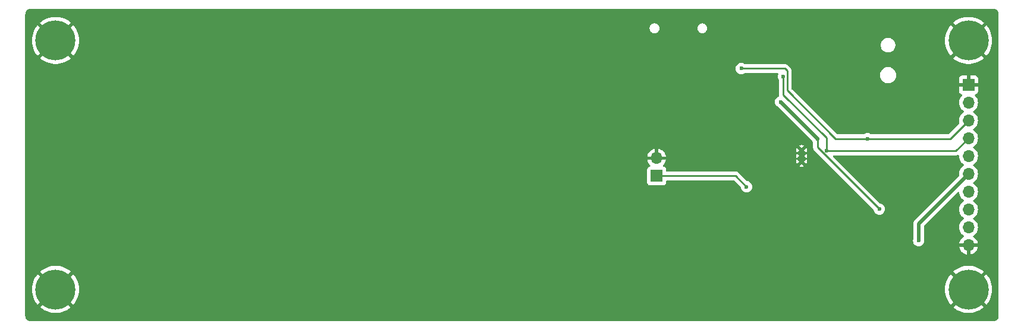
<source format=gbr>
%TF.GenerationSoftware,KiCad,Pcbnew,8.0.5*%
%TF.CreationDate,2024-11-15T16:00:42-08:00*%
%TF.ProjectId,newbatt,6e657762-6174-4742-9e6b-696361645f70,3*%
%TF.SameCoordinates,Original*%
%TF.FileFunction,Copper,L2,Bot*%
%TF.FilePolarity,Positive*%
%FSLAX46Y46*%
G04 Gerber Fmt 4.6, Leading zero omitted, Abs format (unit mm)*
G04 Created by KiCad (PCBNEW 8.0.5) date 2024-11-15 16:00:42*
%MOMM*%
%LPD*%
G01*
G04 APERTURE LIST*
%TA.AperFunction,ComponentPad*%
%ADD10C,3.600000*%
%TD*%
%TA.AperFunction,ConnectorPad*%
%ADD11C,5.700000*%
%TD*%
%TA.AperFunction,ComponentPad*%
%ADD12R,1.700000X1.700000*%
%TD*%
%TA.AperFunction,ComponentPad*%
%ADD13O,1.700000X1.700000*%
%TD*%
%TA.AperFunction,ComponentPad*%
%ADD14C,0.508000*%
%TD*%
%TA.AperFunction,ViaPad*%
%ADD15C,0.600000*%
%TD*%
%TA.AperFunction,Conductor*%
%ADD16C,0.250000*%
%TD*%
%TA.AperFunction,Conductor*%
%ADD17C,0.500000*%
%TD*%
%TA.AperFunction,Conductor*%
%ADD18C,1.000000*%
%TD*%
G04 APERTURE END LIST*
D10*
%TO.P,H4,1,1*%
%TO.N,0*%
X149500000Y-55250000D03*
D11*
X149500000Y-55250000D03*
%TD*%
D10*
%TO.P,H1,1,1*%
%TO.N,0*%
X19500000Y-19750000D03*
D11*
X19500000Y-19750000D03*
%TD*%
D10*
%TO.P,H3,1,1*%
%TO.N,0*%
X149500000Y-19750000D03*
D11*
X149500000Y-19750000D03*
%TD*%
D12*
%TO.P,J2,1,Pin_1*%
%TO.N,0*%
X149500000Y-26070000D03*
D13*
%TO.P,J2,2,Pin_2*%
%TO.N,Net-(J2-Pin_2)*%
X149500000Y-28610000D03*
%TO.P,J2,3,Pin_3*%
%TO.N,/~{PG}*%
X149500000Y-31150000D03*
%TO.P,J2,4,Pin_4*%
%TO.N,/~{CHG}*%
X149500000Y-33690000D03*
%TO.P,J2,5,Pin_5*%
%TO.N,/VBAT{slash}2*%
X149500000Y-36230000D03*
%TO.P,J2,6,Pin_6*%
X149500000Y-38770000D03*
%TO.P,J2,7,Pin_7*%
%TO.N,/~{CHG}*%
X149500000Y-41310000D03*
%TO.P,J2,8,Pin_8*%
%TO.N,/~{PG}*%
X149500000Y-43850000D03*
%TO.P,J2,9,Pin_9*%
%TO.N,Net-(J2-Pin_2)*%
X149500000Y-46390000D03*
%TO.P,J2,10,Pin_10*%
%TO.N,0*%
X149500000Y-48930000D03*
%TD*%
D14*
%TO.P,U1,11,EPAD*%
%TO.N,0*%
X125750000Y-35425200D03*
X125750000Y-36212600D03*
X125750000Y-37000000D03*
%TD*%
D13*
%TO.P,TH1,2*%
%TO.N,0*%
X105100000Y-36535000D03*
D12*
%TO.P,TH1,1*%
%TO.N,Net-(U1-TS)*%
X105100000Y-39075000D03*
%TD*%
D10*
%TO.P,H2,1,1*%
%TO.N,0*%
X19500000Y-55250000D03*
D11*
X19500000Y-55250000D03*
%TD*%
D15*
%TO.N,0*%
X124100000Y-40600000D03*
X118200000Y-37900000D03*
X132300000Y-20400000D03*
X132700000Y-36700000D03*
%TO.N,Net-(U1-TS)*%
X117900000Y-40600000D03*
%TO.N,/VBAT{slash}2*%
X142400000Y-48300000D03*
%TO.N,/~{PG}*%
X117150000Y-23750000D03*
X135100000Y-33750000D03*
%TO.N,/~{CHG}*%
X129250000Y-35500000D03*
X123150000Y-24900000D03*
%TO.N,Net-(JP8-B)*%
X122750000Y-28500000D03*
X128000000Y-33750000D03*
X136803769Y-43796231D03*
%TD*%
D16*
%TO.N,Net-(JP8-B)*%
X136803768Y-43796231D02*
X128000000Y-34992463D01*
X136803769Y-43796231D02*
X136803768Y-43796231D01*
X128000000Y-34992463D02*
X128000000Y-33750000D01*
%TO.N,/~{CHG}*%
X129250000Y-33650000D02*
X129250000Y-35500000D01*
X123150000Y-27550000D02*
X129250000Y-33650000D01*
X123150000Y-24900000D02*
X123150000Y-27550000D01*
D17*
%TO.N,Net-(JP8-B)*%
X128000000Y-33750000D02*
X122750000Y-28500000D01*
D16*
%TO.N,Net-(U1-TS)*%
X116375000Y-39075000D02*
X105100000Y-39075000D01*
X117900000Y-40600000D02*
X116375000Y-39075000D01*
D17*
%TO.N,/VBAT{slash}2*%
X142400000Y-45870000D02*
X149500000Y-38770000D01*
X142400000Y-48300000D02*
X142400000Y-45870000D01*
D18*
%TO.N,Net-(J2-Pin_2)*%
X149390000Y-28500000D02*
X149500000Y-28610000D01*
D16*
%TO.N,/~{CHG}*%
X147690000Y-35500000D02*
X149500000Y-33690000D01*
X129250000Y-35500000D02*
X147690000Y-35500000D01*
%TO.N,/~{PG}*%
X123675000Y-24057537D02*
X123367463Y-23750000D01*
X135100000Y-33750000D02*
X146900000Y-33750000D01*
X146900000Y-33750000D02*
X149500000Y-31150000D01*
X123675000Y-26875000D02*
X123675000Y-24057537D01*
X135100000Y-33750000D02*
X130550000Y-33750000D01*
X123367463Y-23750000D02*
X117150000Y-23750000D01*
X130550000Y-33750000D02*
X123675000Y-26875000D01*
%TD*%
%TA.AperFunction,Conductor*%
%TO.N,0*%
G36*
X153006061Y-15201097D02*
G01*
X153016051Y-15202080D01*
X153143824Y-15214665D01*
X153167652Y-15219404D01*
X153294277Y-15257815D01*
X153316725Y-15267114D01*
X153433406Y-15329482D01*
X153453616Y-15342986D01*
X153555891Y-15426920D01*
X153573079Y-15444108D01*
X153657012Y-15546381D01*
X153670517Y-15566593D01*
X153732883Y-15683271D01*
X153742186Y-15705728D01*
X153780593Y-15832338D01*
X153785335Y-15856180D01*
X153798903Y-15993938D01*
X153799500Y-16006092D01*
X153799500Y-58993907D01*
X153798903Y-59006061D01*
X153785335Y-59143819D01*
X153780593Y-59167661D01*
X153742186Y-59294271D01*
X153732883Y-59316728D01*
X153670517Y-59433406D01*
X153657012Y-59453618D01*
X153573079Y-59555891D01*
X153555891Y-59573079D01*
X153453618Y-59657012D01*
X153433406Y-59670517D01*
X153316728Y-59732883D01*
X153294271Y-59742186D01*
X153167661Y-59780593D01*
X153143819Y-59785335D01*
X153006062Y-59798903D01*
X152993908Y-59799500D01*
X16006092Y-59799500D01*
X15993938Y-59798903D01*
X15856180Y-59785335D01*
X15832340Y-59780593D01*
X15705728Y-59742186D01*
X15683271Y-59732883D01*
X15566593Y-59670517D01*
X15546381Y-59657012D01*
X15444108Y-59573079D01*
X15426920Y-59555891D01*
X15342986Y-59453616D01*
X15329482Y-59433406D01*
X15267116Y-59316728D01*
X15257815Y-59294277D01*
X15219404Y-59167652D01*
X15214665Y-59143824D01*
X15201097Y-59006060D01*
X15200500Y-58993907D01*
X15200500Y-55249997D01*
X16145080Y-55249997D01*
X16145080Y-55250002D01*
X16164746Y-55612728D01*
X16223517Y-55971214D01*
X16223519Y-55971222D01*
X16320695Y-56321220D01*
X16320697Y-56321227D01*
X16455152Y-56658684D01*
X16455161Y-56658702D01*
X16625316Y-56979647D01*
X16625318Y-56979651D01*
X16829170Y-57280309D01*
X16829177Y-57280319D01*
X16960969Y-57435475D01*
X16960970Y-57435475D01*
X18205748Y-56190698D01*
X18279588Y-56292330D01*
X18457670Y-56470412D01*
X18559300Y-56544251D01*
X17311888Y-57791662D01*
X17311888Y-57791664D01*
X17328070Y-57806992D01*
X17328071Y-57806993D01*
X17617266Y-58026832D01*
X17617282Y-58026843D01*
X17928522Y-58214109D01*
X17928535Y-58214116D01*
X18258205Y-58366639D01*
X18258210Y-58366640D01*
X18602461Y-58482632D01*
X18957235Y-58560724D01*
X19318366Y-58599999D01*
X19318374Y-58600000D01*
X19681626Y-58600000D01*
X19681633Y-58599999D01*
X20042764Y-58560724D01*
X20397538Y-58482632D01*
X20741789Y-58366640D01*
X20741794Y-58366639D01*
X21071464Y-58214116D01*
X21071477Y-58214109D01*
X21382717Y-58026843D01*
X21382733Y-58026832D01*
X21671929Y-57806992D01*
X21688110Y-57791664D01*
X21688110Y-57791663D01*
X20440698Y-56544251D01*
X20542330Y-56470412D01*
X20720412Y-56292330D01*
X20794251Y-56190698D01*
X22039028Y-57435475D01*
X22039029Y-57435475D01*
X22170827Y-57280311D01*
X22170838Y-57280297D01*
X22374681Y-56979651D01*
X22374683Y-56979647D01*
X22544838Y-56658702D01*
X22544847Y-56658684D01*
X22679302Y-56321227D01*
X22679304Y-56321220D01*
X22776480Y-55971222D01*
X22776482Y-55971214D01*
X22835253Y-55612728D01*
X22854920Y-55250002D01*
X22854920Y-55249997D01*
X146145080Y-55249997D01*
X146145080Y-55250002D01*
X146164746Y-55612728D01*
X146223517Y-55971214D01*
X146223519Y-55971222D01*
X146320695Y-56321220D01*
X146320697Y-56321227D01*
X146455152Y-56658684D01*
X146455161Y-56658702D01*
X146625316Y-56979647D01*
X146625318Y-56979651D01*
X146829170Y-57280309D01*
X146829177Y-57280319D01*
X146960969Y-57435475D01*
X146960970Y-57435475D01*
X148205748Y-56190698D01*
X148279588Y-56292330D01*
X148457670Y-56470412D01*
X148559300Y-56544251D01*
X147311888Y-57791662D01*
X147311888Y-57791664D01*
X147328070Y-57806992D01*
X147328071Y-57806993D01*
X147617266Y-58026832D01*
X147617282Y-58026843D01*
X147928522Y-58214109D01*
X147928535Y-58214116D01*
X148258205Y-58366639D01*
X148258210Y-58366640D01*
X148602461Y-58482632D01*
X148957235Y-58560724D01*
X149318366Y-58599999D01*
X149318374Y-58600000D01*
X149681626Y-58600000D01*
X149681633Y-58599999D01*
X150042764Y-58560724D01*
X150397538Y-58482632D01*
X150741789Y-58366640D01*
X150741794Y-58366639D01*
X151071464Y-58214116D01*
X151071477Y-58214109D01*
X151382717Y-58026843D01*
X151382733Y-58026832D01*
X151671929Y-57806992D01*
X151688110Y-57791664D01*
X151688110Y-57791663D01*
X150440698Y-56544251D01*
X150542330Y-56470412D01*
X150720412Y-56292330D01*
X150794251Y-56190698D01*
X152039028Y-57435475D01*
X152039029Y-57435475D01*
X152170827Y-57280311D01*
X152170838Y-57280297D01*
X152374681Y-56979651D01*
X152374683Y-56979647D01*
X152544838Y-56658702D01*
X152544847Y-56658684D01*
X152679302Y-56321227D01*
X152679304Y-56321220D01*
X152776480Y-55971222D01*
X152776482Y-55971214D01*
X152835253Y-55612728D01*
X152854920Y-55250002D01*
X152854920Y-55249997D01*
X152835253Y-54887271D01*
X152776482Y-54528785D01*
X152776480Y-54528777D01*
X152679304Y-54178779D01*
X152679302Y-54178772D01*
X152544847Y-53841315D01*
X152544838Y-53841297D01*
X152374683Y-53520352D01*
X152374681Y-53520348D01*
X152170829Y-53219690D01*
X152170822Y-53219680D01*
X152039029Y-53064523D01*
X152039028Y-53064523D01*
X150794251Y-54309300D01*
X150720412Y-54207670D01*
X150542330Y-54029588D01*
X150440698Y-53955748D01*
X151688110Y-52708336D01*
X151688110Y-52708334D01*
X151671929Y-52693007D01*
X151671928Y-52693006D01*
X151382733Y-52473167D01*
X151382717Y-52473156D01*
X151071477Y-52285890D01*
X151071464Y-52285883D01*
X150741794Y-52133360D01*
X150741789Y-52133359D01*
X150397538Y-52017367D01*
X150042764Y-51939275D01*
X149681633Y-51900000D01*
X149318366Y-51900000D01*
X148957235Y-51939275D01*
X148602461Y-52017367D01*
X148258210Y-52133359D01*
X148258205Y-52133360D01*
X147928535Y-52285883D01*
X147928522Y-52285890D01*
X147617282Y-52473156D01*
X147617266Y-52473167D01*
X147328075Y-52693002D01*
X147311888Y-52708335D01*
X147311887Y-52708335D01*
X148559301Y-53955748D01*
X148457670Y-54029588D01*
X148279588Y-54207670D01*
X148205748Y-54309300D01*
X146960970Y-53064522D01*
X146960969Y-53064523D01*
X146829177Y-53219680D01*
X146829170Y-53219690D01*
X146625318Y-53520348D01*
X146625316Y-53520352D01*
X146455161Y-53841297D01*
X146455152Y-53841315D01*
X146320697Y-54178772D01*
X146320695Y-54178779D01*
X146223519Y-54528777D01*
X146223517Y-54528785D01*
X146164746Y-54887271D01*
X146145080Y-55249997D01*
X22854920Y-55249997D01*
X22835253Y-54887271D01*
X22776482Y-54528785D01*
X22776480Y-54528777D01*
X22679304Y-54178779D01*
X22679302Y-54178772D01*
X22544847Y-53841315D01*
X22544838Y-53841297D01*
X22374683Y-53520352D01*
X22374681Y-53520348D01*
X22170829Y-53219690D01*
X22170822Y-53219680D01*
X22039029Y-53064523D01*
X22039028Y-53064523D01*
X20794251Y-54309300D01*
X20720412Y-54207670D01*
X20542330Y-54029588D01*
X20440698Y-53955748D01*
X21688110Y-52708336D01*
X21688110Y-52708334D01*
X21671929Y-52693007D01*
X21671928Y-52693006D01*
X21382733Y-52473167D01*
X21382717Y-52473156D01*
X21071477Y-52285890D01*
X21071464Y-52285883D01*
X20741794Y-52133360D01*
X20741789Y-52133359D01*
X20397538Y-52017367D01*
X20042764Y-51939275D01*
X19681633Y-51900000D01*
X19318366Y-51900000D01*
X18957235Y-51939275D01*
X18602461Y-52017367D01*
X18258210Y-52133359D01*
X18258205Y-52133360D01*
X17928535Y-52285883D01*
X17928522Y-52285890D01*
X17617282Y-52473156D01*
X17617266Y-52473167D01*
X17328075Y-52693002D01*
X17311888Y-52708335D01*
X17311887Y-52708335D01*
X18559301Y-53955748D01*
X18457670Y-54029588D01*
X18279588Y-54207670D01*
X18205748Y-54309300D01*
X16960970Y-53064522D01*
X16960969Y-53064523D01*
X16829177Y-53219680D01*
X16829170Y-53219690D01*
X16625318Y-53520348D01*
X16625316Y-53520352D01*
X16455161Y-53841297D01*
X16455152Y-53841315D01*
X16320697Y-54178772D01*
X16320695Y-54178779D01*
X16223519Y-54528777D01*
X16223517Y-54528785D01*
X16164746Y-54887271D01*
X16145080Y-55249997D01*
X15200500Y-55249997D01*
X15200500Y-38177135D01*
X103749500Y-38177135D01*
X103749500Y-39972870D01*
X103749501Y-39972876D01*
X103755908Y-40032483D01*
X103806202Y-40167328D01*
X103806206Y-40167335D01*
X103892452Y-40282544D01*
X103892455Y-40282547D01*
X104007664Y-40368793D01*
X104007671Y-40368797D01*
X104142517Y-40419091D01*
X104142516Y-40419091D01*
X104149444Y-40419835D01*
X104202127Y-40425500D01*
X105997872Y-40425499D01*
X106057483Y-40419091D01*
X106192331Y-40368796D01*
X106307546Y-40282546D01*
X106393796Y-40167331D01*
X106444091Y-40032483D01*
X106450500Y-39972873D01*
X106450500Y-39824500D01*
X106470185Y-39757461D01*
X106522989Y-39711706D01*
X106574500Y-39700500D01*
X116064548Y-39700500D01*
X116131587Y-39720185D01*
X116152229Y-39736819D01*
X117073787Y-40658378D01*
X117107272Y-40719701D01*
X117109326Y-40732174D01*
X117114630Y-40779249D01*
X117174210Y-40949521D01*
X117252794Y-41074586D01*
X117270184Y-41102262D01*
X117397738Y-41229816D01*
X117550478Y-41325789D01*
X117719550Y-41384950D01*
X117720745Y-41385368D01*
X117720750Y-41385369D01*
X117899996Y-41405565D01*
X117900000Y-41405565D01*
X117900004Y-41405565D01*
X118079249Y-41385369D01*
X118079252Y-41385368D01*
X118079255Y-41385368D01*
X118249522Y-41325789D01*
X118402262Y-41229816D01*
X118529816Y-41102262D01*
X118625789Y-40949522D01*
X118685368Y-40779255D01*
X118692078Y-40719701D01*
X118705565Y-40600003D01*
X118705565Y-40599996D01*
X118685369Y-40420750D01*
X118685368Y-40420745D01*
X118633147Y-40271506D01*
X118625789Y-40250478D01*
X118529816Y-40097738D01*
X118402262Y-39970184D01*
X118351718Y-39938425D01*
X118249521Y-39874210D01*
X118079249Y-39814630D01*
X118032174Y-39809326D01*
X117967760Y-39782259D01*
X117958378Y-39773787D01*
X116867928Y-38683338D01*
X116867925Y-38683334D01*
X116867925Y-38683335D01*
X116860858Y-38676268D01*
X116860858Y-38676267D01*
X116773733Y-38589142D01*
X116716781Y-38551088D01*
X116716782Y-38551088D01*
X116716780Y-38551086D01*
X116671290Y-38520690D01*
X116671286Y-38520688D01*
X116590792Y-38487347D01*
X116557453Y-38473537D01*
X116547427Y-38471543D01*
X116497029Y-38461518D01*
X116436610Y-38449500D01*
X116436607Y-38449500D01*
X116436606Y-38449500D01*
X106574499Y-38449500D01*
X106507460Y-38429815D01*
X106461705Y-38377011D01*
X106450499Y-38325500D01*
X106450499Y-38177129D01*
X106450498Y-38177123D01*
X106450497Y-38177116D01*
X106444091Y-38117517D01*
X106393796Y-37982669D01*
X106393795Y-37982668D01*
X106393793Y-37982664D01*
X106307547Y-37867455D01*
X106307544Y-37867452D01*
X106192335Y-37781206D01*
X106192328Y-37781202D01*
X106060401Y-37731997D01*
X106004467Y-37690126D01*
X106001920Y-37683297D01*
X125420255Y-37683297D01*
X125420779Y-37683626D01*
X125581165Y-37739748D01*
X125749996Y-37758771D01*
X125750004Y-37758771D01*
X125918836Y-37739748D01*
X126079215Y-37683629D01*
X126079221Y-37683627D01*
X126079744Y-37683298D01*
X126079744Y-37683297D01*
X125750001Y-37353553D01*
X125750000Y-37353553D01*
X125420255Y-37683297D01*
X106001920Y-37683297D01*
X105980050Y-37624662D01*
X105994902Y-37556389D01*
X106016053Y-37528133D01*
X106138108Y-37406078D01*
X106273600Y-37212578D01*
X106372728Y-36999996D01*
X124991229Y-36999996D01*
X124991229Y-37000003D01*
X125010251Y-37168836D01*
X125066371Y-37329219D01*
X125066700Y-37329744D01*
X125396446Y-37000000D01*
X125371184Y-36974738D01*
X125623000Y-36974738D01*
X125623000Y-37025262D01*
X125642335Y-37071940D01*
X125678060Y-37107665D01*
X125724738Y-37127000D01*
X125775262Y-37127000D01*
X125821940Y-37107665D01*
X125857665Y-37071940D01*
X125877000Y-37025262D01*
X125877000Y-36999999D01*
X126103553Y-36999999D01*
X126103553Y-37000000D01*
X126433297Y-37329744D01*
X126433298Y-37329744D01*
X126433627Y-37329221D01*
X126433629Y-37329215D01*
X126489748Y-37168836D01*
X126508771Y-37000003D01*
X126508771Y-36999996D01*
X126489748Y-36831165D01*
X126433625Y-36670774D01*
X126430609Y-36664509D01*
X126432157Y-36663763D01*
X126431190Y-36660341D01*
X126409572Y-36693980D01*
X126103553Y-36999999D01*
X125877000Y-36999999D01*
X125877000Y-36974738D01*
X125857665Y-36928060D01*
X125821940Y-36892335D01*
X125775262Y-36873000D01*
X125724738Y-36873000D01*
X125678060Y-36892335D01*
X125642335Y-36928060D01*
X125623000Y-36974738D01*
X125371184Y-36974738D01*
X125090426Y-36693980D01*
X125070062Y-36656686D01*
X125067957Y-36663868D01*
X125069368Y-36664546D01*
X125066374Y-36670774D01*
X125010251Y-36831165D01*
X124991229Y-36999996D01*
X106372728Y-36999996D01*
X106373429Y-36998492D01*
X106373432Y-36998486D01*
X106430636Y-36785000D01*
X105533012Y-36785000D01*
X105565925Y-36727993D01*
X105598533Y-36606299D01*
X125709853Y-36606299D01*
X125750000Y-36646446D01*
X125790146Y-36606301D01*
X125790146Y-36606300D01*
X125750000Y-36566153D01*
X125709853Y-36606299D01*
X105598533Y-36606299D01*
X105600000Y-36600826D01*
X105600000Y-36469174D01*
X105565925Y-36342007D01*
X105533012Y-36285000D01*
X106430636Y-36285000D01*
X106430635Y-36284999D01*
X106411235Y-36212596D01*
X124991229Y-36212596D01*
X124991229Y-36212603D01*
X125010251Y-36381436D01*
X125066372Y-36541821D01*
X125069381Y-36548075D01*
X125067850Y-36548811D01*
X125068817Y-36552240D01*
X125090426Y-36518617D01*
X125396445Y-36212599D01*
X125371184Y-36187338D01*
X125623000Y-36187338D01*
X125623000Y-36237862D01*
X125642335Y-36284540D01*
X125678060Y-36320265D01*
X125724738Y-36339600D01*
X125775262Y-36339600D01*
X125821940Y-36320265D01*
X125857665Y-36284540D01*
X125877000Y-36237862D01*
X125877000Y-36212599D01*
X126103553Y-36212599D01*
X126103553Y-36212600D01*
X126409572Y-36518618D01*
X126429983Y-36555997D01*
X126432092Y-36548825D01*
X126430598Y-36548105D01*
X126433629Y-36541815D01*
X126489748Y-36381436D01*
X126508771Y-36212603D01*
X126508771Y-36212596D01*
X126489748Y-36043765D01*
X126433625Y-35883374D01*
X126430609Y-35877109D01*
X126432157Y-35876363D01*
X126431190Y-35872941D01*
X126409572Y-35906580D01*
X126103553Y-36212599D01*
X125877000Y-36212599D01*
X125877000Y-36187338D01*
X125857665Y-36140660D01*
X125821940Y-36104935D01*
X125775262Y-36085600D01*
X125724738Y-36085600D01*
X125678060Y-36104935D01*
X125642335Y-36140660D01*
X125623000Y-36187338D01*
X125371184Y-36187338D01*
X125090426Y-35906580D01*
X125070062Y-35869286D01*
X125067957Y-35876468D01*
X125069368Y-35877146D01*
X125066374Y-35883374D01*
X125010251Y-36043765D01*
X124991229Y-36212596D01*
X106411235Y-36212596D01*
X106373432Y-36071513D01*
X106373429Y-36071507D01*
X106273600Y-35857422D01*
X106273599Y-35857420D01*
X106246626Y-35818899D01*
X125709853Y-35818899D01*
X125750000Y-35859046D01*
X125790146Y-35818901D01*
X125790146Y-35818900D01*
X125750000Y-35778753D01*
X125709853Y-35818899D01*
X106246626Y-35818899D01*
X106138113Y-35663926D01*
X106138108Y-35663920D01*
X105971082Y-35496894D01*
X105868688Y-35425196D01*
X124991229Y-35425196D01*
X124991229Y-35425203D01*
X125010251Y-35594036D01*
X125066372Y-35754421D01*
X125069381Y-35760675D01*
X125067850Y-35761411D01*
X125068817Y-35764840D01*
X125090426Y-35731217D01*
X125396445Y-35425199D01*
X125371184Y-35399938D01*
X125623000Y-35399938D01*
X125623000Y-35450462D01*
X125642335Y-35497140D01*
X125678060Y-35532865D01*
X125724738Y-35552200D01*
X125775262Y-35552200D01*
X125821940Y-35532865D01*
X125857665Y-35497140D01*
X125877000Y-35450462D01*
X125877000Y-35425200D01*
X126103553Y-35425200D01*
X126409572Y-35731218D01*
X126429983Y-35768597D01*
X126432092Y-35761425D01*
X126430598Y-35760705D01*
X126433629Y-35754415D01*
X126489748Y-35594036D01*
X126508771Y-35425203D01*
X126508771Y-35425196D01*
X126489748Y-35256365D01*
X126433626Y-35095979D01*
X126433297Y-35095455D01*
X126103553Y-35425200D01*
X125877000Y-35425200D01*
X125877000Y-35399938D01*
X125857665Y-35353260D01*
X125821940Y-35317535D01*
X125775262Y-35298200D01*
X125724738Y-35298200D01*
X125678060Y-35317535D01*
X125642335Y-35353260D01*
X125623000Y-35399938D01*
X125371184Y-35399938D01*
X125066701Y-35095455D01*
X125066372Y-35095980D01*
X125010251Y-35256365D01*
X124991229Y-35425196D01*
X105868688Y-35425196D01*
X105777578Y-35361399D01*
X105563492Y-35261570D01*
X105563486Y-35261567D01*
X105350000Y-35204364D01*
X105350000Y-36101988D01*
X105292993Y-36069075D01*
X105165826Y-36035000D01*
X105034174Y-36035000D01*
X104907007Y-36069075D01*
X104850000Y-36101988D01*
X104850000Y-35204364D01*
X104849999Y-35204364D01*
X104636513Y-35261567D01*
X104636507Y-35261570D01*
X104422422Y-35361399D01*
X104422420Y-35361400D01*
X104228926Y-35496886D01*
X104228920Y-35496891D01*
X104061891Y-35663920D01*
X104061886Y-35663926D01*
X103926400Y-35857420D01*
X103926399Y-35857422D01*
X103826570Y-36071507D01*
X103826567Y-36071513D01*
X103769364Y-36284999D01*
X103769364Y-36285000D01*
X104666988Y-36285000D01*
X104634075Y-36342007D01*
X104600000Y-36469174D01*
X104600000Y-36600826D01*
X104634075Y-36727993D01*
X104666988Y-36785000D01*
X103769364Y-36785000D01*
X103826567Y-36998486D01*
X103826570Y-36998492D01*
X103926399Y-37212578D01*
X104061894Y-37406082D01*
X104183946Y-37528134D01*
X104217431Y-37589457D01*
X104212447Y-37659149D01*
X104170575Y-37715082D01*
X104139598Y-37731997D01*
X104007671Y-37781202D01*
X104007664Y-37781206D01*
X103892455Y-37867452D01*
X103892452Y-37867455D01*
X103806206Y-37982664D01*
X103806202Y-37982671D01*
X103755908Y-38117517D01*
X103749501Y-38177116D01*
X103749501Y-38177123D01*
X103749500Y-38177135D01*
X15200500Y-38177135D01*
X15200500Y-34741901D01*
X125420255Y-34741901D01*
X125750000Y-35071646D01*
X125750001Y-35071646D01*
X126079744Y-34741900D01*
X126079219Y-34741571D01*
X125918836Y-34685451D01*
X125750004Y-34666429D01*
X125749996Y-34666429D01*
X125581165Y-34685451D01*
X125420780Y-34741572D01*
X125420255Y-34741901D01*
X15200500Y-34741901D01*
X15200500Y-23749996D01*
X116344435Y-23749996D01*
X116344435Y-23750003D01*
X116364630Y-23929249D01*
X116364631Y-23929254D01*
X116424211Y-24099523D01*
X116520184Y-24252262D01*
X116647738Y-24379816D01*
X116671117Y-24394506D01*
X116756234Y-24447989D01*
X116800478Y-24475789D01*
X116970745Y-24535368D01*
X116970750Y-24535369D01*
X117149996Y-24555565D01*
X117150000Y-24555565D01*
X117150004Y-24555565D01*
X117329249Y-24535369D01*
X117329252Y-24535368D01*
X117329255Y-24535368D01*
X117499522Y-24475789D01*
X117628883Y-24394505D01*
X117694855Y-24375500D01*
X122311130Y-24375500D01*
X122378169Y-24395185D01*
X122423924Y-24447989D01*
X122433868Y-24517147D01*
X122425792Y-24543653D01*
X122426511Y-24543905D01*
X122364631Y-24720745D01*
X122364630Y-24720750D01*
X122344435Y-24899996D01*
X122344435Y-24900003D01*
X122364630Y-25079249D01*
X122364631Y-25079254D01*
X122424211Y-25249524D01*
X122505493Y-25378881D01*
X122524500Y-25444854D01*
X122524500Y-27611607D01*
X122525653Y-27617405D01*
X122519424Y-27686996D01*
X122476560Y-27742173D01*
X122444991Y-27758635D01*
X122400476Y-27774211D01*
X122400475Y-27774212D01*
X122247737Y-27870184D01*
X122120184Y-27997737D01*
X122024211Y-28150476D01*
X121964631Y-28320745D01*
X121964630Y-28320750D01*
X121944435Y-28499996D01*
X121944435Y-28500003D01*
X121964630Y-28679249D01*
X121964631Y-28679254D01*
X122024211Y-28849523D01*
X122120184Y-29002262D01*
X122247738Y-29129816D01*
X122400478Y-29225789D01*
X122406754Y-29228811D01*
X122405867Y-29230651D01*
X122441940Y-29253307D01*
X127246692Y-34058059D01*
X127269358Y-34094125D01*
X127271188Y-34093244D01*
X127274209Y-34099518D01*
X127274211Y-34099522D01*
X127355494Y-34228883D01*
X127374500Y-34294854D01*
X127374500Y-35054074D01*
X127398535Y-35174907D01*
X127398540Y-35174924D01*
X127445685Y-35288744D01*
X127445687Y-35288748D01*
X127467068Y-35320745D01*
X127467069Y-35320747D01*
X127514141Y-35391195D01*
X127514144Y-35391199D01*
X127605586Y-35482641D01*
X127605608Y-35482661D01*
X135977556Y-43854609D01*
X136011041Y-43915932D01*
X136013095Y-43928405D01*
X136018399Y-43975480D01*
X136077979Y-44145752D01*
X136173953Y-44298493D01*
X136301507Y-44426047D01*
X136454247Y-44522020D01*
X136624514Y-44581599D01*
X136624519Y-44581600D01*
X136803765Y-44601796D01*
X136803769Y-44601796D01*
X136803773Y-44601796D01*
X136983018Y-44581600D01*
X136983021Y-44581599D01*
X136983024Y-44581599D01*
X137153291Y-44522020D01*
X137306031Y-44426047D01*
X137433585Y-44298493D01*
X137529558Y-44145753D01*
X137589137Y-43975486D01*
X137595847Y-43915932D01*
X137609334Y-43796234D01*
X137609334Y-43796227D01*
X137589138Y-43616981D01*
X137589137Y-43616976D01*
X137529557Y-43446707D01*
X137433584Y-43293968D01*
X137306031Y-43166415D01*
X137153290Y-43070441D01*
X136983018Y-43010861D01*
X136935941Y-43005557D01*
X136871528Y-42978490D01*
X136862145Y-42970018D01*
X130229308Y-36337181D01*
X130195823Y-36275858D01*
X130200807Y-36206166D01*
X130242679Y-36150233D01*
X130308143Y-36125816D01*
X130316989Y-36125500D01*
X147751608Y-36125500D01*
X147751608Y-36125499D01*
X147815978Y-36112696D01*
X147815979Y-36112696D01*
X147835150Y-36108882D01*
X147872452Y-36101463D01*
X147905792Y-36087652D01*
X147977448Y-36057972D01*
X148046912Y-36050506D01*
X148109391Y-36081781D01*
X148145043Y-36141871D01*
X148148422Y-36183340D01*
X148144341Y-36229994D01*
X148144341Y-36230000D01*
X148164936Y-36465403D01*
X148164938Y-36465413D01*
X148226094Y-36693655D01*
X148226096Y-36693659D01*
X148226097Y-36693663D01*
X148318740Y-36892335D01*
X148325965Y-36907830D01*
X148325967Y-36907834D01*
X148461501Y-37101395D01*
X148461506Y-37101402D01*
X148628597Y-37268493D01*
X148628603Y-37268498D01*
X148814158Y-37398425D01*
X148857783Y-37453002D01*
X148864977Y-37522500D01*
X148833454Y-37584855D01*
X148814158Y-37601575D01*
X148628597Y-37731505D01*
X148461505Y-37898597D01*
X148325965Y-38092169D01*
X148325964Y-38092171D01*
X148226098Y-38306335D01*
X148226094Y-38306344D01*
X148164938Y-38534586D01*
X148164936Y-38534596D01*
X148144341Y-38769999D01*
X148144341Y-38770001D01*
X148162977Y-38983013D01*
X148149210Y-39051513D01*
X148127130Y-39081501D01*
X141817050Y-45391580D01*
X141817044Y-45391588D01*
X141767812Y-45465268D01*
X141767813Y-45465269D01*
X141734921Y-45514496D01*
X141734914Y-45514508D01*
X141678342Y-45651086D01*
X141678340Y-45651092D01*
X141649500Y-45796079D01*
X141649500Y-48000028D01*
X141642542Y-48040982D01*
X141614631Y-48120747D01*
X141594435Y-48299996D01*
X141594435Y-48300003D01*
X141614630Y-48479249D01*
X141614631Y-48479254D01*
X141674211Y-48649523D01*
X141770184Y-48802262D01*
X141897738Y-48929816D01*
X142050478Y-49025789D01*
X142220745Y-49085368D01*
X142220750Y-49085369D01*
X142399996Y-49105565D01*
X142400000Y-49105565D01*
X142400004Y-49105565D01*
X142579249Y-49085369D01*
X142579252Y-49085368D01*
X142579255Y-49085368D01*
X142749522Y-49025789D01*
X142902262Y-48929816D01*
X143029816Y-48802262D01*
X143125789Y-48649522D01*
X143185368Y-48479255D01*
X143186804Y-48466513D01*
X143205565Y-48300003D01*
X143205565Y-48299996D01*
X143185368Y-48120747D01*
X143185368Y-48120745D01*
X143157458Y-48040982D01*
X143150500Y-48000028D01*
X143150500Y-46232228D01*
X143170185Y-46165189D01*
X143186814Y-46144552D01*
X147946417Y-41384948D01*
X148007738Y-41351465D01*
X148077430Y-41356449D01*
X148133363Y-41398321D01*
X148157624Y-41461823D01*
X148164936Y-41545403D01*
X148164938Y-41545413D01*
X148226094Y-41773655D01*
X148226096Y-41773659D01*
X148226097Y-41773663D01*
X148325965Y-41987830D01*
X148325967Y-41987834D01*
X148461501Y-42181395D01*
X148461506Y-42181402D01*
X148628597Y-42348493D01*
X148628603Y-42348498D01*
X148814158Y-42478425D01*
X148857783Y-42533002D01*
X148864977Y-42602500D01*
X148833454Y-42664855D01*
X148814158Y-42681575D01*
X148628597Y-42811505D01*
X148461505Y-42978597D01*
X148325965Y-43172169D01*
X148325964Y-43172171D01*
X148226098Y-43386335D01*
X148226094Y-43386344D01*
X148164938Y-43614586D01*
X148164936Y-43614596D01*
X148144341Y-43849999D01*
X148144341Y-43850000D01*
X148164936Y-44085403D01*
X148164938Y-44085413D01*
X148226094Y-44313655D01*
X148226096Y-44313659D01*
X148226097Y-44313663D01*
X148278502Y-44426046D01*
X148325965Y-44527830D01*
X148325967Y-44527834D01*
X148461501Y-44721395D01*
X148461506Y-44721402D01*
X148628597Y-44888493D01*
X148628603Y-44888498D01*
X148814158Y-45018425D01*
X148857783Y-45073002D01*
X148864977Y-45142500D01*
X148833454Y-45204855D01*
X148814158Y-45221575D01*
X148628597Y-45351505D01*
X148461505Y-45518597D01*
X148325965Y-45712169D01*
X148325964Y-45712171D01*
X148226098Y-45926335D01*
X148226094Y-45926344D01*
X148164938Y-46154586D01*
X148164936Y-46154596D01*
X148144341Y-46389999D01*
X148144341Y-46390000D01*
X148164936Y-46625403D01*
X148164938Y-46625413D01*
X148226094Y-46853655D01*
X148226096Y-46853659D01*
X148226097Y-46853663D01*
X148325965Y-47067830D01*
X148325967Y-47067834D01*
X148461501Y-47261395D01*
X148461506Y-47261402D01*
X148628597Y-47428493D01*
X148628603Y-47428498D01*
X148814594Y-47558730D01*
X148858219Y-47613307D01*
X148865413Y-47682805D01*
X148833890Y-47745160D01*
X148814595Y-47761880D01*
X148628922Y-47891890D01*
X148628920Y-47891891D01*
X148461891Y-48058920D01*
X148461886Y-48058926D01*
X148326400Y-48252420D01*
X148326399Y-48252422D01*
X148226570Y-48466507D01*
X148226567Y-48466513D01*
X148169364Y-48679999D01*
X148169364Y-48680000D01*
X149066988Y-48680000D01*
X149034075Y-48737007D01*
X149000000Y-48864174D01*
X149000000Y-48995826D01*
X149034075Y-49122993D01*
X149066988Y-49180000D01*
X148169364Y-49180000D01*
X148226567Y-49393486D01*
X148226570Y-49393492D01*
X148326399Y-49607578D01*
X148461894Y-49801082D01*
X148628917Y-49968105D01*
X148822421Y-50103600D01*
X149036507Y-50203429D01*
X149036516Y-50203433D01*
X149250000Y-50260634D01*
X149250000Y-49363012D01*
X149307007Y-49395925D01*
X149434174Y-49430000D01*
X149565826Y-49430000D01*
X149692993Y-49395925D01*
X149750000Y-49363012D01*
X149750000Y-50260633D01*
X149963483Y-50203433D01*
X149963492Y-50203429D01*
X150177578Y-50103600D01*
X150371082Y-49968105D01*
X150538105Y-49801082D01*
X150673600Y-49607578D01*
X150773429Y-49393492D01*
X150773432Y-49393486D01*
X150830636Y-49180000D01*
X149933012Y-49180000D01*
X149965925Y-49122993D01*
X150000000Y-48995826D01*
X150000000Y-48864174D01*
X149965925Y-48737007D01*
X149933012Y-48680000D01*
X150830636Y-48680000D01*
X150830635Y-48679999D01*
X150773432Y-48466513D01*
X150773429Y-48466507D01*
X150673600Y-48252422D01*
X150673599Y-48252420D01*
X150538113Y-48058926D01*
X150538108Y-48058920D01*
X150371078Y-47891890D01*
X150185405Y-47761879D01*
X150141780Y-47707302D01*
X150134588Y-47637804D01*
X150166110Y-47575449D01*
X150185406Y-47558730D01*
X150371401Y-47428495D01*
X150538495Y-47261401D01*
X150674035Y-47067830D01*
X150773903Y-46853663D01*
X150835063Y-46625408D01*
X150855659Y-46390000D01*
X150835063Y-46154592D01*
X150773903Y-45926337D01*
X150674035Y-45712171D01*
X150631268Y-45651092D01*
X150538494Y-45518597D01*
X150371402Y-45351506D01*
X150371396Y-45351501D01*
X150185842Y-45221575D01*
X150142217Y-45166998D01*
X150135023Y-45097500D01*
X150166546Y-45035145D01*
X150185842Y-45018425D01*
X150208026Y-45002891D01*
X150371401Y-44888495D01*
X150538495Y-44721401D01*
X150674035Y-44527830D01*
X150773903Y-44313663D01*
X150835063Y-44085408D01*
X150855659Y-43850000D01*
X150835063Y-43614592D01*
X150773903Y-43386337D01*
X150674035Y-43172171D01*
X150602804Y-43070441D01*
X150538494Y-42978597D01*
X150371402Y-42811506D01*
X150371396Y-42811501D01*
X150185842Y-42681575D01*
X150142217Y-42626998D01*
X150135023Y-42557500D01*
X150166546Y-42495145D01*
X150185842Y-42478425D01*
X150208026Y-42462891D01*
X150371401Y-42348495D01*
X150538495Y-42181401D01*
X150674035Y-41987830D01*
X150773903Y-41773663D01*
X150835063Y-41545408D01*
X150855659Y-41310000D01*
X150835063Y-41074592D01*
X150773903Y-40846337D01*
X150674035Y-40632171D01*
X150538495Y-40438599D01*
X150538494Y-40438597D01*
X150371402Y-40271506D01*
X150371396Y-40271501D01*
X150185842Y-40141575D01*
X150142217Y-40086998D01*
X150135023Y-40017500D01*
X150166546Y-39955145D01*
X150185842Y-39938425D01*
X150277550Y-39874210D01*
X150371401Y-39808495D01*
X150538495Y-39641401D01*
X150674035Y-39447830D01*
X150773903Y-39233663D01*
X150835063Y-39005408D01*
X150855659Y-38770000D01*
X150835063Y-38534592D01*
X150773903Y-38306337D01*
X150674035Y-38092171D01*
X150597362Y-37982669D01*
X150538494Y-37898597D01*
X150371402Y-37731506D01*
X150371396Y-37731501D01*
X150185842Y-37601575D01*
X150142217Y-37546998D01*
X150135023Y-37477500D01*
X150166546Y-37415145D01*
X150185842Y-37398425D01*
X150284684Y-37329215D01*
X150371401Y-37268495D01*
X150538495Y-37101401D01*
X150674035Y-36907830D01*
X150773903Y-36693663D01*
X150835063Y-36465408D01*
X150855659Y-36230000D01*
X150855658Y-36229994D01*
X150848680Y-36150233D01*
X150835063Y-35994592D01*
X150773903Y-35766337D01*
X150674035Y-35552171D01*
X150635325Y-35496886D01*
X150538494Y-35358597D01*
X150371402Y-35191506D01*
X150371396Y-35191501D01*
X150185842Y-35061575D01*
X150142217Y-35006998D01*
X150135023Y-34937500D01*
X150166546Y-34875145D01*
X150185842Y-34858425D01*
X150266409Y-34802011D01*
X150371401Y-34728495D01*
X150538495Y-34561401D01*
X150674035Y-34367830D01*
X150773903Y-34153663D01*
X150835063Y-33925408D01*
X150855659Y-33690000D01*
X150835063Y-33454592D01*
X150773903Y-33226337D01*
X150674035Y-33012171D01*
X150640748Y-32964631D01*
X150538494Y-32818597D01*
X150371402Y-32651506D01*
X150371396Y-32651501D01*
X150185842Y-32521575D01*
X150142217Y-32466998D01*
X150135023Y-32397500D01*
X150166546Y-32335145D01*
X150185842Y-32318425D01*
X150208026Y-32302891D01*
X150371401Y-32188495D01*
X150538495Y-32021401D01*
X150674035Y-31827830D01*
X150773903Y-31613663D01*
X150835063Y-31385408D01*
X150855659Y-31150000D01*
X150835063Y-30914592D01*
X150773903Y-30686337D01*
X150674035Y-30472171D01*
X150538495Y-30278599D01*
X150538494Y-30278597D01*
X150371402Y-30111506D01*
X150371396Y-30111501D01*
X150185842Y-29981575D01*
X150142217Y-29926998D01*
X150135023Y-29857500D01*
X150166546Y-29795145D01*
X150185842Y-29778425D01*
X150208026Y-29762891D01*
X150371401Y-29648495D01*
X150538495Y-29481401D01*
X150674035Y-29287830D01*
X150773903Y-29073663D01*
X150835063Y-28845408D01*
X150855659Y-28610000D01*
X150835063Y-28374592D01*
X150773903Y-28146337D01*
X150674035Y-27932171D01*
X150630631Y-27870184D01*
X150538496Y-27738600D01*
X150486892Y-27686996D01*
X150416179Y-27616283D01*
X150382696Y-27554963D01*
X150387680Y-27485271D01*
X150429551Y-27429337D01*
X150460529Y-27412422D01*
X150592086Y-27363354D01*
X150592093Y-27363350D01*
X150707187Y-27277190D01*
X150707190Y-27277187D01*
X150793350Y-27162093D01*
X150793354Y-27162086D01*
X150843596Y-27027379D01*
X150843598Y-27027372D01*
X150849999Y-26967844D01*
X150850000Y-26967827D01*
X150850000Y-26320000D01*
X149933012Y-26320000D01*
X149965925Y-26262993D01*
X150000000Y-26135826D01*
X150000000Y-26004174D01*
X149965925Y-25877007D01*
X149933012Y-25820000D01*
X150850000Y-25820000D01*
X150850000Y-25172172D01*
X150849999Y-25172155D01*
X150843598Y-25112627D01*
X150843596Y-25112620D01*
X150793354Y-24977913D01*
X150793350Y-24977906D01*
X150707190Y-24862812D01*
X150707187Y-24862809D01*
X150592093Y-24776649D01*
X150592086Y-24776645D01*
X150457379Y-24726403D01*
X150457372Y-24726401D01*
X150397844Y-24720000D01*
X149750000Y-24720000D01*
X149750000Y-25636988D01*
X149692993Y-25604075D01*
X149565826Y-25570000D01*
X149434174Y-25570000D01*
X149307007Y-25604075D01*
X149250000Y-25636988D01*
X149250000Y-24720000D01*
X148602155Y-24720000D01*
X148542627Y-24726401D01*
X148542620Y-24726403D01*
X148407913Y-24776645D01*
X148407906Y-24776649D01*
X148292812Y-24862809D01*
X148292809Y-24862812D01*
X148206649Y-24977906D01*
X148206645Y-24977913D01*
X148156403Y-25112620D01*
X148156401Y-25112627D01*
X148150000Y-25172155D01*
X148150000Y-25820000D01*
X149066988Y-25820000D01*
X149034075Y-25877007D01*
X149000000Y-26004174D01*
X149000000Y-26135826D01*
X149034075Y-26262993D01*
X149066988Y-26320000D01*
X148150000Y-26320000D01*
X148150000Y-26967844D01*
X148156401Y-27027372D01*
X148156403Y-27027379D01*
X148206645Y-27162086D01*
X148206649Y-27162093D01*
X148292809Y-27277187D01*
X148292812Y-27277190D01*
X148407906Y-27363350D01*
X148407913Y-27363354D01*
X148539470Y-27412421D01*
X148595403Y-27454292D01*
X148619821Y-27519756D01*
X148604970Y-27588029D01*
X148583819Y-27616284D01*
X148461503Y-27738600D01*
X148325965Y-27932169D01*
X148325964Y-27932171D01*
X148226098Y-28146335D01*
X148226094Y-28146344D01*
X148164938Y-28374586D01*
X148164936Y-28374596D01*
X148144341Y-28609999D01*
X148144341Y-28610000D01*
X148164936Y-28845403D01*
X148164938Y-28845413D01*
X148226094Y-29073655D01*
X148226096Y-29073659D01*
X148226097Y-29073663D01*
X148252282Y-29129816D01*
X148325965Y-29287830D01*
X148325967Y-29287834D01*
X148461501Y-29481395D01*
X148461506Y-29481402D01*
X148628597Y-29648493D01*
X148628603Y-29648498D01*
X148814158Y-29778425D01*
X148857783Y-29833002D01*
X148864977Y-29902500D01*
X148833454Y-29964855D01*
X148814158Y-29981575D01*
X148628597Y-30111505D01*
X148461505Y-30278597D01*
X148325965Y-30472169D01*
X148325964Y-30472171D01*
X148226098Y-30686335D01*
X148226094Y-30686344D01*
X148164938Y-30914586D01*
X148164936Y-30914596D01*
X148144341Y-31149999D01*
X148144341Y-31150000D01*
X148164936Y-31385403D01*
X148164938Y-31385413D01*
X148191856Y-31485872D01*
X148190193Y-31555722D01*
X148159762Y-31605646D01*
X146677229Y-33088181D01*
X146615906Y-33121666D01*
X146589548Y-33124500D01*
X135644855Y-33124500D01*
X135578883Y-33105494D01*
X135449523Y-33024211D01*
X135279254Y-32964631D01*
X135279249Y-32964630D01*
X135100004Y-32944435D01*
X135099996Y-32944435D01*
X134920750Y-32964630D01*
X134920745Y-32964631D01*
X134750476Y-33024211D01*
X134621117Y-33105494D01*
X134555145Y-33124500D01*
X130860452Y-33124500D01*
X130793413Y-33104815D01*
X130772771Y-33088181D01*
X124336819Y-26652229D01*
X124303334Y-26590906D01*
X124300500Y-26564548D01*
X124300500Y-24609448D01*
X136899500Y-24609448D01*
X136899500Y-24790551D01*
X136927829Y-24969410D01*
X136983787Y-25141636D01*
X136983788Y-25141639D01*
X137066006Y-25302997D01*
X137172441Y-25449494D01*
X137172445Y-25449499D01*
X137300500Y-25577554D01*
X137300505Y-25577558D01*
X137427606Y-25669901D01*
X137447006Y-25683996D01*
X137552484Y-25737740D01*
X137608360Y-25766211D01*
X137608363Y-25766212D01*
X137694476Y-25794191D01*
X137780591Y-25822171D01*
X137863429Y-25835291D01*
X137959449Y-25850500D01*
X137959454Y-25850500D01*
X138140551Y-25850500D01*
X138227259Y-25836765D01*
X138319409Y-25822171D01*
X138491639Y-25766211D01*
X138652994Y-25683996D01*
X138799501Y-25577553D01*
X138927553Y-25449501D01*
X139033996Y-25302994D01*
X139116211Y-25141639D01*
X139172171Y-24969409D01*
X139189055Y-24862809D01*
X139200500Y-24790551D01*
X139200500Y-24609448D01*
X139184019Y-24505397D01*
X139172171Y-24430591D01*
X139116211Y-24258361D01*
X139116211Y-24258360D01*
X139035278Y-24099523D01*
X139033996Y-24097006D01*
X138960563Y-23995933D01*
X138927558Y-23950505D01*
X138927554Y-23950500D01*
X138799499Y-23822445D01*
X138799494Y-23822441D01*
X138652997Y-23716006D01*
X138652996Y-23716005D01*
X138652994Y-23716004D01*
X138598807Y-23688394D01*
X138491639Y-23633788D01*
X138491636Y-23633787D01*
X138319410Y-23577829D01*
X138140551Y-23549500D01*
X138140546Y-23549500D01*
X137959454Y-23549500D01*
X137959449Y-23549500D01*
X137780589Y-23577829D01*
X137608363Y-23633787D01*
X137608360Y-23633788D01*
X137447002Y-23716006D01*
X137300505Y-23822441D01*
X137300500Y-23822445D01*
X137172445Y-23950500D01*
X137172441Y-23950505D01*
X137066006Y-24097002D01*
X136983788Y-24258360D01*
X136983787Y-24258363D01*
X136927829Y-24430589D01*
X136899500Y-24609448D01*
X124300500Y-24609448D01*
X124300500Y-23995933D01*
X124291463Y-23950499D01*
X124276463Y-23875085D01*
X124262652Y-23841744D01*
X124229312Y-23761251D01*
X124180629Y-23688394D01*
X124160858Y-23658804D01*
X124160856Y-23658801D01*
X124070637Y-23568582D01*
X124070606Y-23568553D01*
X123857661Y-23355608D01*
X123857641Y-23355586D01*
X123766196Y-23264141D01*
X123714972Y-23229915D01*
X123663750Y-23195689D01*
X123663749Y-23195688D01*
X123663746Y-23195686D01*
X123663743Y-23195685D01*
X123583255Y-23162347D01*
X123549916Y-23148537D01*
X123539890Y-23146543D01*
X123489492Y-23136518D01*
X123429073Y-23124500D01*
X123429070Y-23124500D01*
X123429069Y-23124500D01*
X117694855Y-23124500D01*
X117628883Y-23105494D01*
X117499523Y-23024211D01*
X117329254Y-22964631D01*
X117329249Y-22964630D01*
X117150004Y-22944435D01*
X117149996Y-22944435D01*
X116970750Y-22964630D01*
X116970745Y-22964631D01*
X116800476Y-23024211D01*
X116647737Y-23120184D01*
X116520184Y-23247737D01*
X116424211Y-23400476D01*
X116364631Y-23570745D01*
X116364630Y-23570750D01*
X116344435Y-23749996D01*
X15200500Y-23749996D01*
X15200500Y-19749997D01*
X16145080Y-19749997D01*
X16145080Y-19750002D01*
X16164746Y-20112728D01*
X16223517Y-20471214D01*
X16223519Y-20471222D01*
X16320695Y-20821220D01*
X16320697Y-20821227D01*
X16455152Y-21158684D01*
X16455161Y-21158702D01*
X16625316Y-21479647D01*
X16625318Y-21479651D01*
X16829170Y-21780309D01*
X16829177Y-21780319D01*
X16960969Y-21935475D01*
X16960970Y-21935475D01*
X18205748Y-20690698D01*
X18279588Y-20792330D01*
X18457670Y-20970412D01*
X18559300Y-21044251D01*
X17311888Y-22291662D01*
X17311888Y-22291664D01*
X17328070Y-22306992D01*
X17328071Y-22306993D01*
X17617266Y-22526832D01*
X17617282Y-22526843D01*
X17928522Y-22714109D01*
X17928535Y-22714116D01*
X18258205Y-22866639D01*
X18258210Y-22866640D01*
X18602461Y-22982632D01*
X18957235Y-23060724D01*
X19318366Y-23099999D01*
X19318374Y-23100000D01*
X19681626Y-23100000D01*
X19681633Y-23099999D01*
X20042764Y-23060724D01*
X20397538Y-22982632D01*
X20741789Y-22866640D01*
X20741794Y-22866639D01*
X21071464Y-22714116D01*
X21071477Y-22714109D01*
X21382717Y-22526843D01*
X21382733Y-22526832D01*
X21671929Y-22306992D01*
X21688110Y-22291664D01*
X21688110Y-22291663D01*
X20440698Y-21044251D01*
X20542330Y-20970412D01*
X20720412Y-20792330D01*
X20794251Y-20690698D01*
X22039028Y-21935475D01*
X22039029Y-21935475D01*
X22170827Y-21780311D01*
X22170838Y-21780297D01*
X22374681Y-21479651D01*
X22374683Y-21479647D01*
X22544838Y-21158702D01*
X22544847Y-21158684D01*
X22679302Y-20821227D01*
X22679304Y-20821220D01*
X22776480Y-20471222D01*
X22776482Y-20471214D01*
X22805120Y-20296530D01*
X136999500Y-20296530D01*
X136999500Y-20503469D01*
X137039868Y-20706412D01*
X137039870Y-20706420D01*
X137119058Y-20897596D01*
X137234024Y-21069657D01*
X137380342Y-21215975D01*
X137380345Y-21215977D01*
X137552402Y-21330941D01*
X137743580Y-21410130D01*
X137946530Y-21450499D01*
X137946534Y-21450500D01*
X137946535Y-21450500D01*
X138153466Y-21450500D01*
X138153467Y-21450499D01*
X138356420Y-21410130D01*
X138547598Y-21330941D01*
X138719655Y-21215977D01*
X138865977Y-21069655D01*
X138980941Y-20897598D01*
X139060130Y-20706420D01*
X139100500Y-20503465D01*
X139100500Y-20296535D01*
X139060130Y-20093580D01*
X138980941Y-19902402D01*
X138879108Y-19749997D01*
X146145080Y-19749997D01*
X146145080Y-19750002D01*
X146164746Y-20112728D01*
X146223517Y-20471214D01*
X146223519Y-20471222D01*
X146320695Y-20821220D01*
X146320697Y-20821227D01*
X146455152Y-21158684D01*
X146455161Y-21158702D01*
X146625316Y-21479647D01*
X146625318Y-21479651D01*
X146829170Y-21780309D01*
X146829177Y-21780319D01*
X146960969Y-21935475D01*
X146960970Y-21935475D01*
X148205748Y-20690698D01*
X148279588Y-20792330D01*
X148457670Y-20970412D01*
X148559300Y-21044251D01*
X147311888Y-22291662D01*
X147311888Y-22291664D01*
X147328070Y-22306992D01*
X147328071Y-22306993D01*
X147617266Y-22526832D01*
X147617282Y-22526843D01*
X147928522Y-22714109D01*
X147928535Y-22714116D01*
X148258205Y-22866639D01*
X148258210Y-22866640D01*
X148602461Y-22982632D01*
X148957235Y-23060724D01*
X149318366Y-23099999D01*
X149318374Y-23100000D01*
X149681626Y-23100000D01*
X149681633Y-23099999D01*
X150042764Y-23060724D01*
X150397538Y-22982632D01*
X150741789Y-22866640D01*
X150741794Y-22866639D01*
X151071464Y-22714116D01*
X151071477Y-22714109D01*
X151382717Y-22526843D01*
X151382733Y-22526832D01*
X151671929Y-22306992D01*
X151688110Y-22291664D01*
X151688110Y-22291663D01*
X150440698Y-21044251D01*
X150542330Y-20970412D01*
X150720412Y-20792330D01*
X150794251Y-20690698D01*
X152039028Y-21935475D01*
X152039029Y-21935475D01*
X152170827Y-21780311D01*
X152170838Y-21780297D01*
X152374681Y-21479651D01*
X152374683Y-21479647D01*
X152544838Y-21158702D01*
X152544847Y-21158684D01*
X152679302Y-20821227D01*
X152679304Y-20821220D01*
X152776480Y-20471222D01*
X152776482Y-20471214D01*
X152835253Y-20112728D01*
X152854920Y-19750002D01*
X152854920Y-19749997D01*
X152835253Y-19387271D01*
X152776482Y-19028785D01*
X152776480Y-19028777D01*
X152679304Y-18678779D01*
X152679302Y-18678772D01*
X152544847Y-18341315D01*
X152544838Y-18341297D01*
X152374683Y-18020352D01*
X152374681Y-18020348D01*
X152170829Y-17719690D01*
X152170822Y-17719680D01*
X152039029Y-17564523D01*
X152039028Y-17564523D01*
X150794251Y-18809300D01*
X150720412Y-18707670D01*
X150542330Y-18529588D01*
X150440698Y-18455748D01*
X151688110Y-17208336D01*
X151688110Y-17208334D01*
X151671929Y-17193007D01*
X151671928Y-17193006D01*
X151382733Y-16973167D01*
X151382717Y-16973156D01*
X151071477Y-16785890D01*
X151071464Y-16785883D01*
X150741794Y-16633360D01*
X150741789Y-16633359D01*
X150397538Y-16517367D01*
X150042764Y-16439275D01*
X149681633Y-16400000D01*
X149318366Y-16400000D01*
X148957235Y-16439275D01*
X148602461Y-16517367D01*
X148258210Y-16633359D01*
X148258205Y-16633360D01*
X147928535Y-16785883D01*
X147928522Y-16785890D01*
X147617282Y-16973156D01*
X147617266Y-16973167D01*
X147328075Y-17193002D01*
X147311888Y-17208335D01*
X147311887Y-17208335D01*
X148559301Y-18455748D01*
X148457670Y-18529588D01*
X148279588Y-18707670D01*
X148205748Y-18809300D01*
X146960970Y-17564522D01*
X146960969Y-17564523D01*
X146829177Y-17719680D01*
X146829170Y-17719690D01*
X146625318Y-18020348D01*
X146625316Y-18020352D01*
X146455161Y-18341297D01*
X146455152Y-18341315D01*
X146320697Y-18678772D01*
X146320695Y-18678779D01*
X146223519Y-19028777D01*
X146223517Y-19028785D01*
X146164746Y-19387271D01*
X146145080Y-19749997D01*
X138879108Y-19749997D01*
X138865977Y-19730345D01*
X138865975Y-19730342D01*
X138719657Y-19584024D01*
X138633626Y-19526541D01*
X138547598Y-19469059D01*
X138356420Y-19389870D01*
X138356412Y-19389868D01*
X138153469Y-19349500D01*
X138153465Y-19349500D01*
X137946535Y-19349500D01*
X137946530Y-19349500D01*
X137743587Y-19389868D01*
X137743579Y-19389870D01*
X137552403Y-19469058D01*
X137380342Y-19584024D01*
X137234024Y-19730342D01*
X137119058Y-19902403D01*
X137039870Y-20093579D01*
X137039868Y-20093587D01*
X136999500Y-20296530D01*
X22805120Y-20296530D01*
X22835253Y-20112728D01*
X22854920Y-19750002D01*
X22854920Y-19749997D01*
X22835253Y-19387271D01*
X22776482Y-19028785D01*
X22776480Y-19028777D01*
X22679304Y-18678779D01*
X22679302Y-18678772D01*
X22544847Y-18341315D01*
X22544838Y-18341297D01*
X22400472Y-18068995D01*
X104099499Y-18068995D01*
X104126418Y-18204322D01*
X104126421Y-18204332D01*
X104179221Y-18331804D01*
X104179228Y-18331817D01*
X104255885Y-18446541D01*
X104255888Y-18446545D01*
X104353454Y-18544111D01*
X104353458Y-18544114D01*
X104468182Y-18620771D01*
X104468195Y-18620778D01*
X104595667Y-18673578D01*
X104595672Y-18673580D01*
X104595676Y-18673580D01*
X104595677Y-18673581D01*
X104731004Y-18700500D01*
X104731007Y-18700500D01*
X104868995Y-18700500D01*
X104978226Y-18678772D01*
X105004328Y-18673580D01*
X105131811Y-18620775D01*
X105246542Y-18544114D01*
X105344114Y-18446542D01*
X105420775Y-18331811D01*
X105473580Y-18204328D01*
X105500500Y-18068995D01*
X110899499Y-18068995D01*
X110926418Y-18204322D01*
X110926421Y-18204332D01*
X110979221Y-18331804D01*
X110979228Y-18331817D01*
X111055885Y-18446541D01*
X111055888Y-18446545D01*
X111153454Y-18544111D01*
X111153458Y-18544114D01*
X111268182Y-18620771D01*
X111268195Y-18620778D01*
X111395667Y-18673578D01*
X111395672Y-18673580D01*
X111395676Y-18673580D01*
X111395677Y-18673581D01*
X111531004Y-18700500D01*
X111531007Y-18700500D01*
X111668995Y-18700500D01*
X111778226Y-18678772D01*
X111804328Y-18673580D01*
X111931811Y-18620775D01*
X112046542Y-18544114D01*
X112144114Y-18446542D01*
X112220775Y-18331811D01*
X112273580Y-18204328D01*
X112300500Y-18068993D01*
X112300500Y-17931007D01*
X112300500Y-17931004D01*
X112273581Y-17795677D01*
X112273580Y-17795676D01*
X112273580Y-17795672D01*
X112273578Y-17795667D01*
X112220778Y-17668195D01*
X112220771Y-17668182D01*
X112144114Y-17553458D01*
X112144111Y-17553454D01*
X112046545Y-17455888D01*
X112046541Y-17455885D01*
X111931817Y-17379228D01*
X111931804Y-17379221D01*
X111804332Y-17326421D01*
X111804322Y-17326418D01*
X111668995Y-17299500D01*
X111668993Y-17299500D01*
X111531007Y-17299500D01*
X111531005Y-17299500D01*
X111395677Y-17326418D01*
X111395667Y-17326421D01*
X111268195Y-17379221D01*
X111268182Y-17379228D01*
X111153458Y-17455885D01*
X111153454Y-17455888D01*
X111055888Y-17553454D01*
X111055885Y-17553458D01*
X110979228Y-17668182D01*
X110979221Y-17668195D01*
X110926421Y-17795667D01*
X110926418Y-17795677D01*
X110899500Y-17931004D01*
X110899500Y-17931007D01*
X110899500Y-18068993D01*
X110899500Y-18068995D01*
X110899499Y-18068995D01*
X105500500Y-18068995D01*
X105500500Y-18068993D01*
X105500500Y-17931007D01*
X105500500Y-17931004D01*
X105473581Y-17795677D01*
X105473580Y-17795676D01*
X105473580Y-17795672D01*
X105473578Y-17795667D01*
X105420778Y-17668195D01*
X105420771Y-17668182D01*
X105344114Y-17553458D01*
X105344111Y-17553454D01*
X105246545Y-17455888D01*
X105246541Y-17455885D01*
X105131817Y-17379228D01*
X105131804Y-17379221D01*
X105004332Y-17326421D01*
X105004322Y-17326418D01*
X104868995Y-17299500D01*
X104868993Y-17299500D01*
X104731007Y-17299500D01*
X104731005Y-17299500D01*
X104595677Y-17326418D01*
X104595667Y-17326421D01*
X104468195Y-17379221D01*
X104468182Y-17379228D01*
X104353458Y-17455885D01*
X104353454Y-17455888D01*
X104255888Y-17553454D01*
X104255885Y-17553458D01*
X104179228Y-17668182D01*
X104179221Y-17668195D01*
X104126421Y-17795667D01*
X104126418Y-17795677D01*
X104099500Y-17931004D01*
X104099500Y-17931007D01*
X104099500Y-18068993D01*
X104099500Y-18068995D01*
X104099499Y-18068995D01*
X22400472Y-18068995D01*
X22374683Y-18020352D01*
X22374681Y-18020348D01*
X22170829Y-17719690D01*
X22170822Y-17719680D01*
X22039029Y-17564523D01*
X22039028Y-17564523D01*
X20794251Y-18809300D01*
X20720412Y-18707670D01*
X20542330Y-18529588D01*
X20440698Y-18455748D01*
X21688110Y-17208336D01*
X21688110Y-17208334D01*
X21671929Y-17193007D01*
X21671928Y-17193006D01*
X21382733Y-16973167D01*
X21382717Y-16973156D01*
X21071477Y-16785890D01*
X21071464Y-16785883D01*
X20741794Y-16633360D01*
X20741789Y-16633359D01*
X20397538Y-16517367D01*
X20042764Y-16439275D01*
X19681633Y-16400000D01*
X19318366Y-16400000D01*
X18957235Y-16439275D01*
X18602461Y-16517367D01*
X18258210Y-16633359D01*
X18258205Y-16633360D01*
X17928535Y-16785883D01*
X17928522Y-16785890D01*
X17617282Y-16973156D01*
X17617266Y-16973167D01*
X17328075Y-17193002D01*
X17311888Y-17208335D01*
X17311887Y-17208335D01*
X18559301Y-18455748D01*
X18457670Y-18529588D01*
X18279588Y-18707670D01*
X18205748Y-18809300D01*
X16960970Y-17564522D01*
X16960969Y-17564523D01*
X16829177Y-17719680D01*
X16829170Y-17719690D01*
X16625318Y-18020348D01*
X16625316Y-18020352D01*
X16455161Y-18341297D01*
X16455152Y-18341315D01*
X16320697Y-18678772D01*
X16320695Y-18678779D01*
X16223519Y-19028777D01*
X16223517Y-19028785D01*
X16164746Y-19387271D01*
X16145080Y-19749997D01*
X15200500Y-19749997D01*
X15200500Y-16006092D01*
X15201097Y-15993939D01*
X15209805Y-15905519D01*
X15214665Y-15856173D01*
X15219403Y-15832349D01*
X15257816Y-15705719D01*
X15267113Y-15683278D01*
X15329485Y-15566587D01*
X15342982Y-15546387D01*
X15426924Y-15444103D01*
X15444103Y-15426924D01*
X15546387Y-15342982D01*
X15566587Y-15329485D01*
X15683278Y-15267113D01*
X15705719Y-15257816D01*
X15832349Y-15219403D01*
X15856173Y-15214665D01*
X15985170Y-15201960D01*
X15993939Y-15201097D01*
X16006092Y-15200500D01*
X16039882Y-15200500D01*
X152960118Y-15200500D01*
X152993908Y-15200500D01*
X153006061Y-15201097D01*
G37*
%TD.AperFunction*%
%TD*%
M02*

</source>
